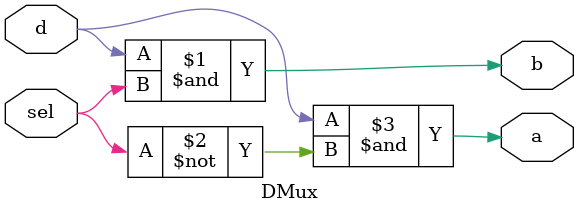
<source format=v>
module DMux (d, sel, a, b);
    input d, sel;
    output a, b;

    assign b = d & sel;
    assign a = d & ~sel;
endmodule
</source>
